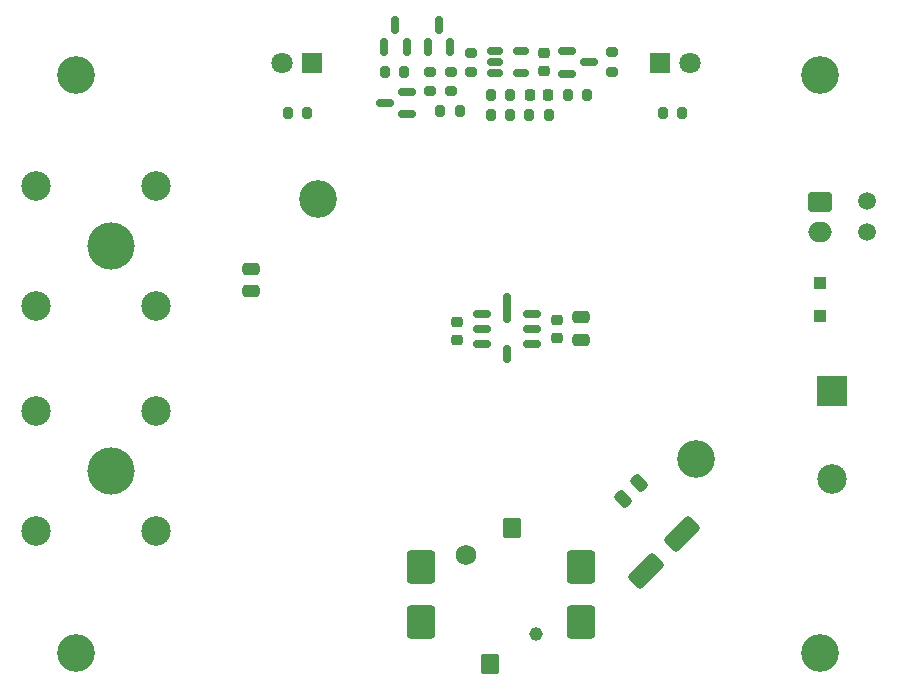
<source format=gbr>
%TF.GenerationSoftware,KiCad,Pcbnew,8.0.4*%
%TF.CreationDate,2025-01-19T21:14:29+01:00*%
%TF.ProjectId,PortableVoltageStandard,506f7274-6162-46c6-9556-6f6c74616765,1.0*%
%TF.SameCoordinates,Original*%
%TF.FileFunction,Soldermask,Top*%
%TF.FilePolarity,Negative*%
%FSLAX46Y46*%
G04 Gerber Fmt 4.6, Leading zero omitted, Abs format (unit mm)*
G04 Created by KiCad (PCBNEW 8.0.4) date 2025-01-19 21:14:29*
%MOMM*%
%LPD*%
G01*
G04 APERTURE LIST*
G04 Aperture macros list*
%AMRoundRect*
0 Rectangle with rounded corners*
0 $1 Rounding radius*
0 $2 $3 $4 $5 $6 $7 $8 $9 X,Y pos of 4 corners*
0 Add a 4 corners polygon primitive as box body*
4,1,4,$2,$3,$4,$5,$6,$7,$8,$9,$2,$3,0*
0 Add four circle primitives for the rounded corners*
1,1,$1+$1,$2,$3*
1,1,$1+$1,$4,$5*
1,1,$1+$1,$6,$7*
1,1,$1+$1,$8,$9*
0 Add four rect primitives between the rounded corners*
20,1,$1+$1,$2,$3,$4,$5,0*
20,1,$1+$1,$4,$5,$6,$7,0*
20,1,$1+$1,$6,$7,$8,$9,0*
20,1,$1+$1,$8,$9,$2,$3,0*%
G04 Aperture macros list end*
%ADD10RoundRect,0.250000X-0.750000X0.600000X-0.750000X-0.600000X0.750000X-0.600000X0.750000X0.600000X0*%
%ADD11O,2.000000X1.700000*%
%ADD12RoundRect,0.175000X0.575000X-0.175000X0.575000X0.175000X-0.575000X0.175000X-0.575000X-0.175000X0*%
%ADD13RoundRect,0.175000X0.175000X-0.575000X0.175000X0.575000X-0.175000X0.575000X-0.175000X-0.575000X0*%
%ADD14RoundRect,0.175000X-0.575000X-0.175000X0.575000X-0.175000X0.575000X0.175000X-0.575000X0.175000X0*%
%ADD15RoundRect,0.175000X0.175000X-1.075000X0.175000X1.075000X-0.175000X1.075000X-0.175000X-1.075000X0*%
%ADD16RoundRect,0.250000X-0.475000X0.250000X-0.475000X-0.250000X0.475000X-0.250000X0.475000X0.250000X0*%
%ADD17C,3.200000*%
%ADD18R,2.500000X2.500000*%
%ADD19C,2.500000*%
%ADD20RoundRect,0.225000X0.225000X0.250000X-0.225000X0.250000X-0.225000X-0.250000X0.225000X-0.250000X0*%
%ADD21C,4.000000*%
%ADD22RoundRect,0.150000X0.587500X0.150000X-0.587500X0.150000X-0.587500X-0.150000X0.587500X-0.150000X0*%
%ADD23C,1.500000*%
%ADD24R,1.800000X1.800000*%
%ADD25C,1.800000*%
%ADD26RoundRect,0.150000X-0.587500X-0.150000X0.587500X-0.150000X0.587500X0.150000X-0.587500X0.150000X0*%
%ADD27RoundRect,0.200000X-0.200000X-0.275000X0.200000X-0.275000X0.200000X0.275000X-0.200000X0.275000X0*%
%ADD28RoundRect,0.250000X0.494975X1.272792X-1.272792X-0.494975X-0.494975X-1.272792X1.272792X0.494975X0*%
%ADD29RoundRect,0.150000X-0.512500X-0.150000X0.512500X-0.150000X0.512500X0.150000X-0.512500X0.150000X0*%
%ADD30RoundRect,0.200000X0.275000X-0.200000X0.275000X0.200000X-0.275000X0.200000X-0.275000X-0.200000X0*%
%ADD31RoundRect,0.225000X-0.250000X0.225000X-0.250000X-0.225000X0.250000X-0.225000X0.250000X0.225000X0*%
%ADD32RoundRect,0.200000X0.200000X0.275000X-0.200000X0.275000X-0.200000X-0.275000X0.200000X-0.275000X0*%
%ADD33RoundRect,0.250000X-0.300000X0.300000X-0.300000X-0.300000X0.300000X-0.300000X0.300000X0.300000X0*%
%ADD34RoundRect,0.250000X-0.159099X0.512652X-0.512652X0.159099X0.159099X-0.512652X0.512652X-0.159099X0*%
%ADD35RoundRect,0.200000X-0.275000X0.200000X-0.275000X-0.200000X0.275000X-0.200000X0.275000X0.200000X0*%
%ADD36RoundRect,0.150000X0.150000X-0.587500X0.150000X0.587500X-0.150000X0.587500X-0.150000X-0.587500X0*%
%ADD37C,1.750000*%
%ADD38C,1.150000*%
%ADD39RoundRect,0.240000X0.960000X-1.160000X0.960000X1.160000X-0.960000X1.160000X-0.960000X-1.160000X0*%
%ADD40RoundRect,0.160000X0.640000X-0.690000X0.640000X0.690000X-0.640000X0.690000X-0.640000X-0.690000X0*%
G04 APERTURE END LIST*
D10*
%TO.C,BT1*%
X183000000Y-75275000D03*
D11*
X183000000Y-77775000D03*
%TD*%
D12*
%TO.C,U1*%
X154350000Y-84730000D03*
X154350000Y-86000000D03*
X154350000Y-87270000D03*
D13*
X156500000Y-88150000D03*
D14*
X158650000Y-87270000D03*
X158650000Y-86000000D03*
X158650000Y-84730000D03*
D15*
X156500000Y-84250000D03*
%TD*%
D16*
%TO.C,C3*%
X162800000Y-85050000D03*
X162800000Y-86950000D03*
%TD*%
D17*
%TO.C,H5*%
X172500000Y-97000000D03*
%TD*%
D18*
%TO.C,J4*%
X184000000Y-91250000D03*
D19*
X184000000Y-98750000D03*
%TD*%
D20*
%TO.C,C5*%
X160000000Y-66200000D03*
X158450000Y-66200000D03*
%TD*%
D17*
%TO.C,H3*%
X183000000Y-64500000D03*
%TD*%
D19*
%TO.C,J1*%
X116640000Y-73920000D03*
X116640000Y-84080000D03*
D21*
X123000000Y-79000000D03*
D19*
X126800000Y-73920000D03*
X126800000Y-84080000D03*
%TD*%
D22*
%TO.C,Q3*%
X148037500Y-67850000D03*
X148037500Y-65950000D03*
X146162500Y-66900000D03*
%TD*%
D16*
%TO.C,C7*%
X134800000Y-80950000D03*
X134800000Y-82850000D03*
%TD*%
D23*
%TO.C,H3*%
X187000000Y-75200000D03*
%TD*%
D24*
%TO.C,D2*%
X140000000Y-63500000D03*
D25*
X137460000Y-63500000D03*
%TD*%
D19*
%TO.C,J3*%
X116640000Y-92970000D03*
X116640000Y-103130000D03*
D21*
X123000000Y-98050000D03*
D19*
X126800000Y-92970000D03*
X126800000Y-103130000D03*
%TD*%
D26*
%TO.C,U3*%
X161600000Y-62500000D03*
X161600000Y-64400000D03*
X163475000Y-63450000D03*
%TD*%
D27*
%TO.C,R5*%
X155150000Y-66200000D03*
X156800000Y-66200000D03*
%TD*%
D17*
%TO.C,H2*%
X120000000Y-113500000D03*
%TD*%
D27*
%TO.C,R9*%
X169675000Y-67750000D03*
X171325000Y-67750000D03*
%TD*%
D28*
%TO.C,C4*%
X171361270Y-103388730D03*
X168250000Y-106500000D03*
%TD*%
D29*
%TO.C,U2*%
X155450000Y-62450000D03*
X155450000Y-63400000D03*
X155450000Y-64350000D03*
X157725000Y-64350000D03*
X157725000Y-62450000D03*
%TD*%
D30*
%TO.C,R10*%
X151750000Y-65900000D03*
X151750000Y-64250000D03*
%TD*%
D31*
%TO.C,C6*%
X159600000Y-62625000D03*
X159600000Y-64175000D03*
%TD*%
D32*
%TO.C,R2*%
X163300000Y-66200000D03*
X161650000Y-66200000D03*
%TD*%
D33*
%TO.C,D1*%
X183000000Y-82100000D03*
X183000000Y-84900000D03*
%TD*%
D34*
%TO.C,C8*%
X167671751Y-99078249D03*
X166328249Y-100421751D03*
%TD*%
D35*
%TO.C,R12*%
X150000000Y-64250000D03*
X150000000Y-65900000D03*
%TD*%
D24*
%TO.C,D3*%
X169450000Y-63500000D03*
D25*
X171990000Y-63500000D03*
%TD*%
D30*
%TO.C,R1*%
X165400000Y-64225000D03*
X165400000Y-62575000D03*
%TD*%
D17*
%TO.C,H4*%
X183000000Y-113500000D03*
%TD*%
D31*
%TO.C,C1*%
X152250000Y-85425000D03*
X152250000Y-86975000D03*
%TD*%
D27*
%TO.C,R7*%
X146175000Y-64250000D03*
X147825000Y-64250000D03*
%TD*%
%TO.C,R6*%
X155150000Y-67950000D03*
X156800000Y-67950000D03*
%TD*%
D23*
%TO.C,H3*%
X187000000Y-77800000D03*
%TD*%
D31*
%TO.C,C2*%
X160700000Y-85225000D03*
X160700000Y-86775000D03*
%TD*%
D17*
%TO.C,H6*%
X140500000Y-75000000D03*
%TD*%
%TO.C,H1*%
X120000000Y-64500000D03*
%TD*%
D36*
%TO.C,Q1*%
X149800000Y-62187500D03*
X151700000Y-62187500D03*
X150750000Y-60312500D03*
%TD*%
D35*
%TO.C,R4*%
X153475000Y-62625000D03*
X153475000Y-64275000D03*
%TD*%
D36*
%TO.C,Q2*%
X146100000Y-62187500D03*
X148000000Y-62187500D03*
X147050000Y-60312500D03*
%TD*%
D37*
%TO.C,SW1*%
X153000000Y-105150000D03*
D38*
X159000000Y-111850000D03*
D39*
X162800000Y-106200000D03*
X149200000Y-106200000D03*
X149200000Y-110800000D03*
X162800000Y-110800000D03*
D40*
X155050000Y-114350000D03*
X156950000Y-102850000D03*
%TD*%
D32*
%TO.C,R3*%
X160050000Y-67950000D03*
X158400000Y-67950000D03*
%TD*%
%TO.C,R8*%
X139575000Y-67750000D03*
X137925000Y-67750000D03*
%TD*%
D27*
%TO.C,R11*%
X150875000Y-67600000D03*
X152525000Y-67600000D03*
%TD*%
M02*

</source>
